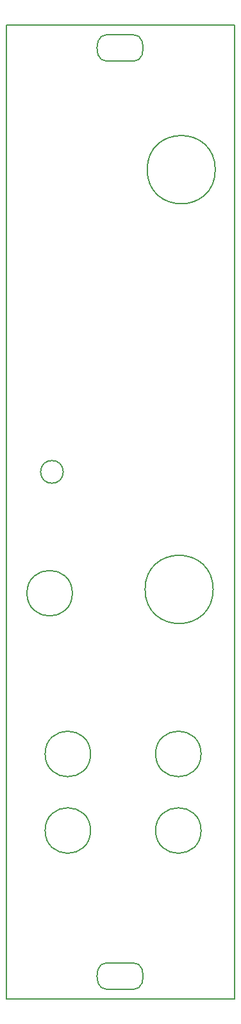
<source format=gbr>
%TF.GenerationSoftware,KiCad,Pcbnew,(5.1.6)-1*%
%TF.CreationDate,2021-07-10T18:18:22+02:00*%
%TF.ProjectId,panel,70616e65-6c2e-46b6-9963-61645f706362,rev?*%
%TF.SameCoordinates,Original*%
%TF.FileFunction,Profile,NP*%
%FSLAX46Y46*%
G04 Gerber Fmt 4.6, Leading zero omitted, Abs format (unit mm)*
G04 Created by KiCad (PCBNEW (5.1.6)-1) date 2021-07-10 18:18:22*
%MOMM*%
%LPD*%
G01*
G04 APERTURE LIST*
%TA.AperFunction,Profile*%
%ADD10C,0.200000*%
%TD*%
G04 APERTURE END LIST*
D10*
X32218600Y-149504600D02*
X32218600Y-21104600D01*
X62358600Y-149504600D02*
X32218600Y-149504600D01*
X62358600Y-21104600D02*
X62358600Y-149504600D01*
X48984599Y-22354600D02*
X45452600Y-22354600D01*
X44306605Y-23197601D02*
G75*
G02*
X45452603Y-22354601I1145665J-356999D01*
G01*
X44306605Y-145597601D02*
G75*
G02*
X45452603Y-144754601I1145665J-356999D01*
G01*
X50130598Y-145597602D02*
G75*
G02*
X50130597Y-147411600I-2911998J-906998D01*
G01*
X50130596Y-147411600D02*
G75*
G02*
X48984596Y-148254600I-1145666J357000D01*
G01*
X45452605Y-148254601D02*
G75*
G02*
X44306603Y-147411601I-335J1200001D01*
G01*
X44306602Y-147411599D02*
G75*
G02*
X44306602Y-145597601I2911998J906999D01*
G01*
X32218600Y-21104600D02*
X62358600Y-21104600D01*
X57918600Y-127304600D02*
G75*
G03*
X57918600Y-127304600I-3000000J0D01*
G01*
X39718600Y-80004600D02*
G75*
G03*
X39718600Y-80004600I-1500000J0D01*
G01*
X57918600Y-117204601D02*
G75*
G03*
X57918600Y-117204601I-3000000J0D01*
G01*
X45452605Y-25854601D02*
G75*
G02*
X44306603Y-25011601I-335J1200001D01*
G01*
X48984599Y-144754600D02*
X45452600Y-144754600D01*
X40918600Y-96004600D02*
G75*
G03*
X40918600Y-96004600I-3000000J0D01*
G01*
X48984596Y-22354600D02*
G75*
G02*
X50130596Y-23197600I334J-1200000D01*
G01*
X50130598Y-23197602D02*
G75*
G02*
X50130597Y-25011600I-2911998J-906998D01*
G01*
X50130596Y-25011600D02*
G75*
G02*
X48984596Y-25854600I-1145666J357000D01*
G01*
X48984596Y-144754600D02*
G75*
G02*
X50130596Y-145597600I334J-1200000D01*
G01*
X59518600Y-95504600D02*
G75*
G03*
X59518600Y-95504600I-4500000J0D01*
G01*
X45452600Y-148254600D02*
X48984599Y-148254600D01*
X43318600Y-127304600D02*
G75*
G03*
X43318600Y-127304600I-3000000J0D01*
G01*
X59797600Y-40148600D02*
G75*
G03*
X59797600Y-40148600I-4500000J0D01*
G01*
X43318600Y-117204601D02*
G75*
G03*
X43318600Y-117204601I-3000000J0D01*
G01*
X45452600Y-25854600D02*
X48984599Y-25854600D01*
X44306602Y-25011599D02*
G75*
G02*
X44306602Y-23197601I2911998J906999D01*
G01*
M02*

</source>
